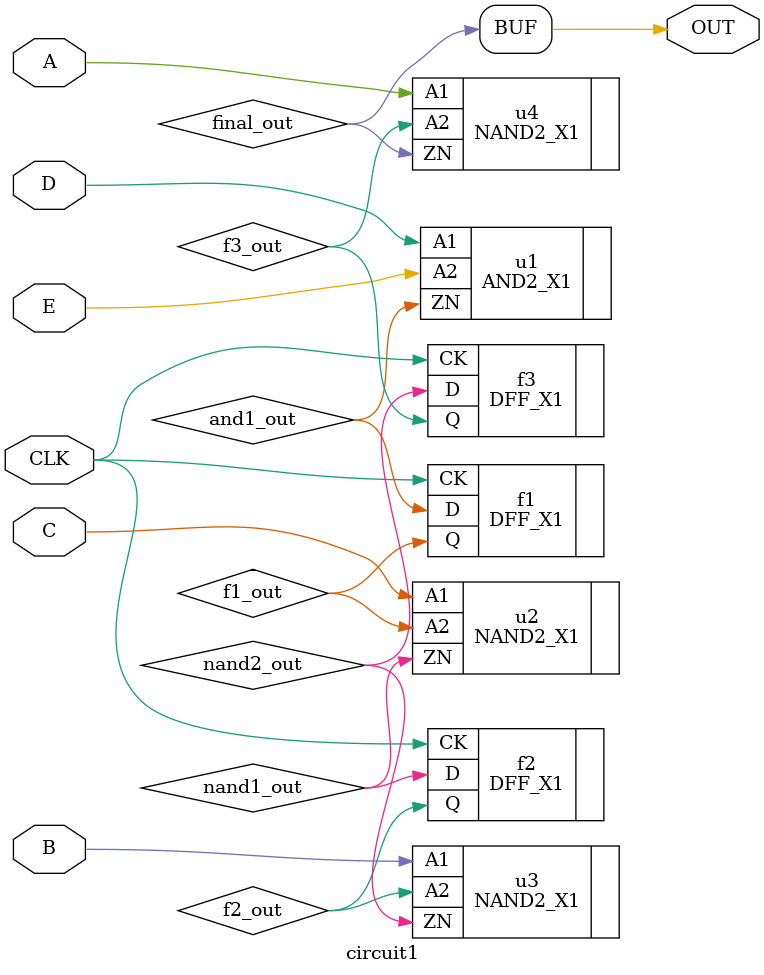
<source format=v>
module circuit1 (
    input A, B, C, D, E, CLK,
    output OUT
);
    wire and1_out, nand1_out, f1_out, f2_out, nand2_out, f3_out, final_out;

    // Instantiating gates and flip-flops
    AND2_X1 u1 (.A1(D), .A2(E), .ZN(and1_out)); // AND Gate

    DFF_X1 f1 (.D(and1_out), .CK(CLK), .Q(f1_out)); // D Flip-Flop F1

    NAND2_X1 u2 (.A1(C), .A2(f1_out), .ZN(nand1_out)); // NAND Gate

    DFF_X1 f2 (.D(nand1_out), .CK(CLK), .Q(f2_out)); // D Flip-Flop F2

    NAND2_X1 u3 (.A1(B), .A2(f2_out), .ZN(nand2_out)); // NAND Gate

    DFF_X1 f3 (.D(nand2_out), .CK(CLK), .Q(f3_out)); // D Flip-Flop F3

    NAND2_X1 u4 (.A1(A), .A2(f3_out), .ZN(final_out)); // NAND Gate

    assign OUT = final_out;
    
endmodule

</source>
